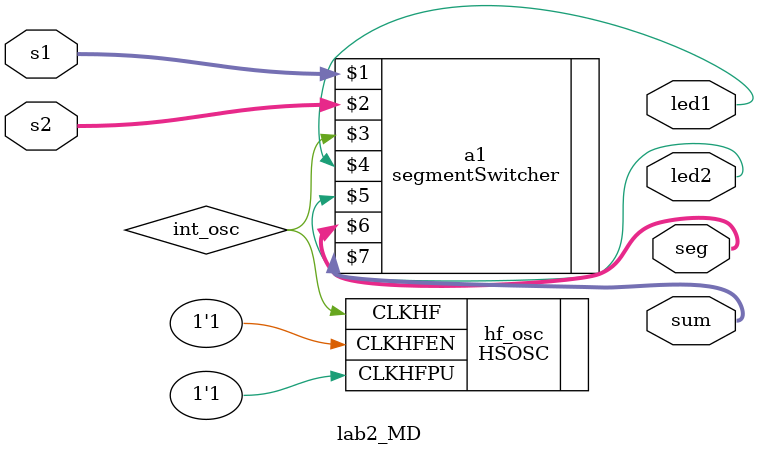
<source format=sv>
module lab2_MD(
	input logic [3:0] s1, s2,
	output logic led1, led2,
	output logic [6:0] seg,
	output logic [4:0] sum
);
	HSOSC hf_osc (.CLKHFPU(1'b1), .CLKHFEN(1'b1), .CLKHF(int_osc));
	segmentSwitcher a1 (s1, s2, int_osc, led1, led2, seg, sum);
				
			
endmodule
</source>
